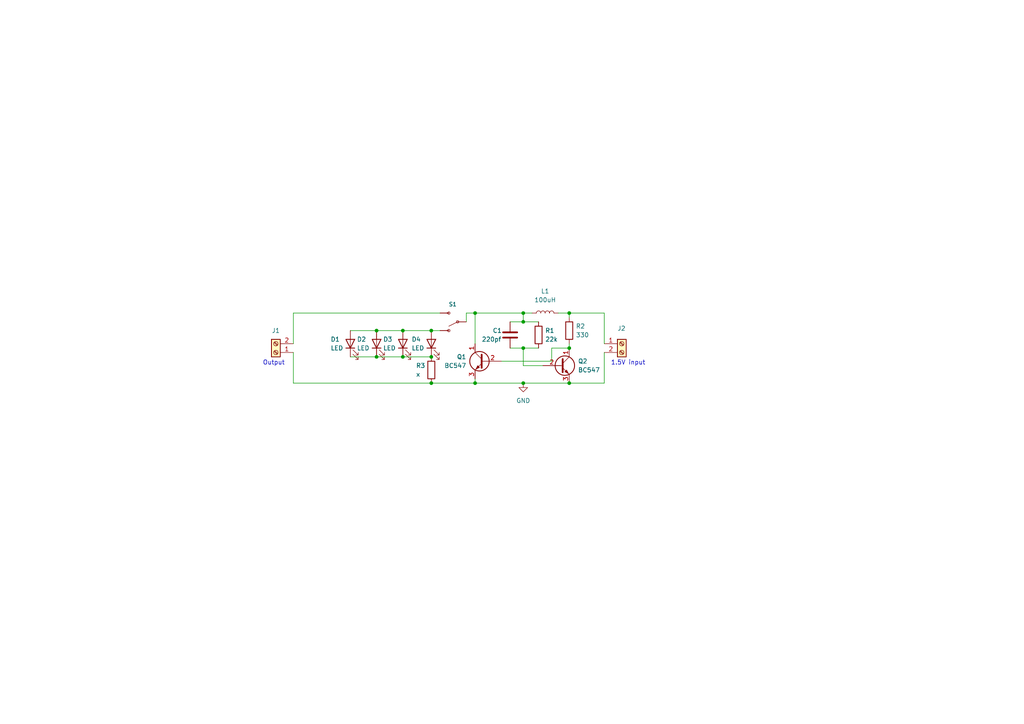
<source format=kicad_sch>
(kicad_sch (version 20211123) (generator eeschema)
  (paper "A4")
  (title_block (title "Simple JouleThief ") (date "2022-10-08") (rev "1.0") (comment 1 "Casper R. Tak"))
  (lib_symbols
    (symbol "Connector:Screw_Terminal_01x02" (pin_names (offset 1.016) hide)
      (property "Reference" "J" (at 0 2.54 0))
      (property "Value" "Screw_Terminal_01x02" (at 0 -5.08 0))
      (symbol "Screw_Terminal_01x02_1_1"
        (rectangle (start -1.27 1.27) (end 1.27 -3.81) (stroke (width 0.254)) (fill (type background)))
        (circle (center 0 -2.54) (radius 0.635) (stroke (width 0.1524)))
        (polyline (pts (xy -0.5334 -2.2098) (xy 0.3302 -3.048)) (stroke (width 0.1524)))
        (polyline (pts (xy -0.5334 0.3302) (xy 0.3302 -0.508)) (stroke (width 0.1524)))
        (polyline (pts (xy -0.3556 -2.032) (xy 0.508 -2.8702)) (stroke (width 0.1524)))
        (polyline (pts (xy -0.3556 0.508) (xy 0.508 -0.3302)) (stroke (width 0.1524)))
        (circle (center 0 0) (radius 0.635) (stroke (width 0.1524)))
        (pin passive line (at -5.08 0 0) (length 3.81) (name "Pin_1") (number "1"))
        (pin passive line (at -5.08 -2.54 0) (length 3.81) (name "Pin_2") (number "2"))
      )
    )
    (symbol "Device:C" (pin_numbers hide) (pin_names (offset 0.254))
      (property "Reference" "C" (at 0.635 2.54 0))
      (property "Value" "C" (at 0.635 -2.54 0))
      (symbol "C_0_1"
        (polyline (pts (xy -2.032 -0.762) (xy 2.032 -0.762)) (stroke (width 0.508)))
        (polyline (pts (xy -2.032 0.762) (xy 2.032 0.762)) (stroke (width 0.508)))
      )
      (symbol "C_1_1"
        (pin passive line (at 0 3.81 270) (length 2.794) (name "~") (number "1"))
        (pin passive line (at 0 -3.81 90) (length 2.794) (name "~") (number "2"))
      )
    )
    (symbol "Device:L" (pin_numbers hide) (pin_names (offset 1.016) hide)
      (property "Reference" "L" (at -1.27 0 90))
      (property "Value" "L" (at 1.905 0 90))
      (symbol "L_0_1"
        (arc (start 0 -2.54) (mid 0.635 -1.905) (end 0 -1.27))
        (arc (start 0 -1.27) (mid 0.635 -0.635) (end 0 0))
        (arc (start 0 0) (mid 0.635 0.635) (end 0 1.27))
        (arc (start 0 1.27) (mid 0.635 1.905) (end 0 2.54))
      )
      (symbol "L_1_1"
        (pin passive line (at 0 3.81 270) (length 1.27) (name "1") (number "1"))
        (pin passive line (at 0 -3.81 90) (length 1.27) (name "2") (number "2"))
      )
    )
    (symbol "Device:LED" (pin_numbers hide) (pin_names (offset 1.016) hide)
      (property "Reference" "D" (at 0 2.54 0))
      (property "Value" "LED" (at 0 -2.54 0))
      (symbol "LED_0_1"
        (polyline (pts (xy -1.27 -1.27) (xy -1.27 1.27)) (stroke (width 0.254)))
        (polyline (pts (xy -1.27 0) (xy 1.27 0)))
        (polyline (pts (xy 1.27 -1.27) (xy 1.27 1.27) (xy -1.27 0) (xy 1.27 -1.27)) (stroke (width 0.254)))
        (polyline (pts (xy -3.048 -0.762) (xy -4.572 -2.286) (xy -3.81 -2.286) (xy -4.572 -2.286) (xy -4.572 -1.524)))
        (polyline (pts (xy -1.778 -0.762) (xy -3.302 -2.286) (xy -2.54 -2.286) (xy -3.302 -2.286) (xy -3.302 -1.524)))
      )
      (symbol "LED_1_1"
        (pin passive line (at -3.81 0 0) (length 2.54) (name "K") (number "1"))
        (pin passive line (at 3.81 0 180) (length 2.54) (name "A") (number "2"))
      )
    )
    (symbol "Device:R" (pin_numbers hide) (pin_names (offset 0))
      (property "Reference" "R" (at 2.032 0 90))
      (property "Value" "R" (at 0 0 90))
      (symbol "R_0_1"
        (rectangle (start -1.016 -2.54) (end 1.016 2.54) (stroke (width 0.254)))
      )
      (symbol "R_1_1"
        (pin passive line (at 0 3.81 270) (length 1.27) (name "~") (number "1"))
        (pin passive line (at 0 -3.81 90) (length 1.27) (name "~") (number "2"))
      )
    )
    (symbol "SparkFun-Switches:SWITCH-SPDT-PTH-11.6X4.0MM-KIT" (pin_numbers hide) (pin_names (offset 1.016) hide)
      (property "Reference" "S" (at -2.54 3.81 0))
      (property "Value" "SWITCH-SPDT-PTH-11.6X4.0MM-KIT" (at -2.54 -5.08 0))
      (property "Field4" "SWCH-08261" (at 0 7.62 0))
      (symbol "SWITCH-SPDT-PTH-11.6X4.0MM-KIT_1_0"
        (polyline (pts (xy 0 0) (xy 2.54 1.27)))
        (polyline (pts (xy 2.54 -2.54) (xy 3.175 -2.54)))
        (polyline (pts (xy 2.54 2.54) (xy 3.175 2.54)))
      )
      (symbol "SWITCH-SPDT-PTH-11.6X4.0MM-KIT_1_1"
        (circle (center 0 0) (radius 0.3556))
        (circle (center 2.54 -2.54) (radius 0.3556))
        (circle (center 2.54 2.54) (radius 0.3556))
        (pin passive line (at 5.08 2.54 180) (length 2.54) (name "O") (number "1"))
        (pin passive line (at -2.54 0 0) (length 2.54) (name "P") (number "2"))
        (pin passive line (at 5.08 -2.54 180) (length 2.54) (name "S") (number "3"))
      )
    )
    (symbol "Transistor_BJT:BC547" (pin_names (offset 0) hide)
      (property "Reference" "Q" (at 5.08 1.905 0))
      (property "Value" "BC547" (at 5.08 0 0))
      (symbol "BC547_0_1"
        (polyline (pts (xy 0 0) (xy 0.635 0)))
        (polyline (pts (xy 0.635 0.635) (xy 2.54 2.54)))
        (polyline (pts (xy 0.635 -0.635) (xy 2.54 -2.54) (xy 2.54 -2.54)))
        (polyline (pts (xy 0.635 1.905) (xy 0.635 -1.905) (xy 0.635 -1.905)) (stroke (width 0.508)))
        (polyline (pts (xy 1.27 -1.778) (xy 1.778 -1.27) (xy 2.286 -2.286) (xy 1.27 -1.778) (xy 1.27 -1.778)) (fill (type outline)))
        (circle (center 1.27 0) (radius 2.8194) (stroke (width 0.254)))
      )
      (symbol "BC547_1_1"
        (pin passive line (at 2.54 5.08 270) (length 2.54) (name "C") (number "1"))
        (pin input line (at -5.08 0 0) (length 5.08) (name "B") (number "2"))
        (pin passive line (at 2.54 -5.08 90) (length 2.54) (name "E") (number "3"))
      )
    )
    (symbol "power:GND" (power) (pin_names (offset 0))
      (property "Value" "GND" (at 0 -3.81 0))
      (symbol "GND_0_1"
        (polyline (pts (xy 0 0) (xy 0 -1.27) (xy 1.27 -1.27) (xy 0 -2.54) (xy -1.27 -1.27) (xy 0 -1.27)))
      )
      (symbol "GND_1_1"
        (pin power_in line (at 0 0 270) (length 0) hide (name "GND") (number "1"))
      )
    )
  )
  (junction (at 151.765 90.805))
  (junction (at 109.22 95.885))
  (junction (at 137.795 90.805))
  (junction (at 151.765 100.965))
  (junction (at 109.22 103.505))
  (junction (at 165.1 100.965))
  (junction (at 116.84 103.505))
  (junction (at 151.765 111.125))
  (junction (at 125.095 95.885))
  (junction (at 116.84 95.885))
  (junction (at 125.095 111.125))
  (junction (at 151.765 93.345))
  (junction (at 165.1 111.125))
  (junction (at 125.095 103.505))
  (junction (at 165.1 90.805))
  (junction (at 137.795 111.125))
  (wire (pts (xy 85.09 111.125) (xy 125.095 111.125)))
  (wire (pts (xy 109.22 103.505) (xy 116.84 103.505)))
  (wire (pts (xy 137.795 109.855) (xy 137.795 111.125)))
  (wire (pts (xy 116.84 103.505) (xy 125.095 103.505)))
  (wire (pts (xy 147.955 100.965) (xy 151.765 100.965)))
  (wire (pts (xy 165.1 99.695) (xy 165.1 100.965)))
  (wire (pts (xy 147.955 93.345) (xy 151.765 93.345)))
  (wire (pts (xy 135.255 90.805) (xy 137.795 90.805)))
  (wire (pts (xy 151.765 90.805) (xy 137.795 90.805)))
  (wire (pts (xy 151.765 93.345) (xy 151.765 90.805)))
  (wire (pts (xy 116.84 95.885) (xy 125.095 95.885)))
  (wire (pts (xy 156.21 93.345) (xy 151.765 93.345)))
  (wire (pts (xy 151.765 100.965) (xy 151.765 106.045)))
  (wire (pts (xy 145.415 104.775) (xy 160.02 104.775)))
  (wire (pts (xy 175.26 99.695) (xy 175.26 90.805)))
  (wire (pts (xy 85.09 111.125) (xy 85.09 102.235)))
  (wire (pts (xy 125.095 111.125) (xy 137.795 111.125)))
  (wire (pts (xy 160.02 100.965) (xy 160.02 104.775)))
  (wire (pts (xy 101.6 103.505) (xy 109.22 103.505)))
  (wire (pts (xy 151.765 100.965) (xy 156.21 100.965)))
  (wire (pts (xy 161.925 90.805) (xy 165.1 90.805)))
  (wire (pts (xy 137.795 90.805) (xy 137.795 99.695)))
  (wire (pts (xy 165.1 92.075) (xy 165.1 90.805)))
  (wire (pts (xy 151.765 106.045) (xy 157.48 106.045)))
  (wire (pts (xy 101.6 95.885) (xy 109.22 95.885)))
  (wire (pts (xy 175.26 90.805) (xy 165.1 90.805)))
  (wire (pts (xy 165.1 100.965) (xy 160.02 100.965)))
  (wire (pts (xy 175.26 111.125) (xy 165.1 111.125)))
  (wire (pts (xy 175.26 102.235) (xy 175.26 111.125)))
  (wire (pts (xy 151.765 90.805) (xy 154.305 90.805)))
  (wire (pts (xy 137.795 111.125) (xy 151.765 111.125)))
  (wire (pts (xy 127.635 95.885) (xy 125.095 95.885)))
  (wire (pts (xy 165.1 111.125) (xy 151.765 111.125)))
  (wire (pts (xy 85.09 99.695) (xy 85.09 90.805)))
  (wire (pts (xy 85.09 90.805) (xy 127.635 90.805)))
  (wire (pts (xy 135.255 93.345) (xy 135.255 90.805)))
  (wire (pts (xy 109.22 95.885) (xy 116.84 95.885)))
  (text "1.5V input\n" (at 177.165 106.045 0) (effects (font (size 1.27 1.27)) (justify left bottom)))
  (text "Output" (at 76.2 106.045 0) (effects (font (size 1.27 1.27)) (justify left bottom)))
  (symbol (lib_id "Transistor_BJT:BC547") (at 162.56 106.045 0) (unit 1)
    (property "Reference" "Q2" (at 167.64 104.775 0) (effects (justify left)))
    (property "Value" "BC547" (at 167.64 107.315 0) (effects (justify left)))
    (property "Footprint" "SamacSys_Parts:BC847215" (effects hide))
    (property "Datasheet" "https://www.onsemi.com/pub/Collateral/BC550-D.pdf" (effects hide))
  )
  (symbol (lib_id "Connector:Screw_Terminal_01x02") (at 180.34 99.695 0) (unit 1)
    (property "Reference" "J2" (at 179.07 95.25 0) (effects (justify left)))
    (property "Value" "Screw_Terminal_01x02" (effects hide))
    (property "Footprint" "TerminalBlock:TerminalBlock_bornier-2_P5.08mm" (effects hide))
  )
  (symbol (lib_id "Device:LED") (at 116.84 99.695 90) (unit 1)
    (property "Reference" "D3" (at 111.125 98.425 90) (effects (justify right)))
    (property "Value" "LED" (at 111.125 100.965 90) (effects (justify right)))
    (property "Footprint" "LED_SMD:LED_0805_2012Metric_Pad1.15x1.40mm_HandSolder" (effects hide))
  )
  (symbol (lib_id "Device:L") (at 158.115 90.805 90) (unit 1)
    (property "Reference" "L1" (at 158.115 84.455 90))
    (property "Value" "100uH" (at 158.115 86.995 90))
    (property "Footprint" "Inductor_SMD:L_6.3x6.3_H3" (effects hide))
  )
  (symbol (lib_id "Transistor_BJT:BC547") (at 140.335 104.775 0) (mirror y) (unit 1)
    (property "Reference" "Q1" (at 135.255 103.505 0) (effects (justify left)))
    (property "Value" "BC547" (at 135.255 106.045 0) (effects (justify left)))
    (property "Footprint" "SamacSys_Parts:BC847215" (effects hide))
    (property "Datasheet" "https://www.onsemi.com/pub/Collateral/BC550-D.pdf" (effects hide))
  )
  (symbol (lib_id "Device:C") (at 147.955 97.155 0) (unit 1)
    (property "Reference" "C1" (at 142.875 95.885 0) (effects (justify left)))
    (property "Value" "220pf" (at 139.7 98.425 0) (effects (justify left)))
    (property "Footprint" "Capacitor_SMD:C_0805_2012Metric_Pad1.18x1.45mm_HandSolder" (effects hide))
  )
  (symbol (lib_id "SparkFun-Switches:SWITCH-SPDT-PTH-11.6X4.0MM-KIT") (at 132.715 93.345 180) (unit 1)
    (property "Reference" "S1" (at 131.3053 88.265 0) (effects (font (size 1.143 1.143))))
    (property "Value" "SWITCH-SPDT-PTH-11.6X4.0MM-KIT" (effects hide))
    (property "Footprint" "SamacSys_Parts:LSSM12PVTR" (effects hide))
    (property "Field4" "SWCH-08261" (effects hide))
  )
  (symbol (lib_id "Device:R") (at 165.1 95.885 0) (unit 1)
    (property "Reference" "R2" (at 167.005 94.6149 0) (effects (justify left)))
    (property "Value" "330" (at 167.005 97.1549 0) (effects (justify left)))
    (property "Footprint" "Resistor_SMD:R_0805_2012Metric_Pad1.20x1.40mm_HandSolder" (effects hide))
  )
  (symbol (lib_id "power:GND") (at 151.765 111.125 0) (mirror y) (unit 1)
    (property "Reference" "#PWR01" (effects hide))
    (property "Value" "GND" (at 151.765 116.205 0))
  )
  (symbol (lib_id "Device:LED") (at 101.6 99.695 90) (unit 1)
    (property "Reference" "D1" (at 95.885 98.425 90) (effects (justify right)))
    (property "Value" "LED" (at 95.885 100.965 90) (effects (justify right)))
    (property "Footprint" "LED_SMD:LED_0805_2012Metric_Pad1.15x1.40mm_HandSolder" (effects hide))
  )
  (symbol (lib_id "Connector:Screw_Terminal_01x02") (at 80.01 102.235 180) (unit 1)
    (property "Reference" "J1" (at 80.01 95.885 0))
    (property "Value" "Screw_Terminal_01x02" (effects hide))
    (property "Footprint" "TerminalBlock:TerminalBlock_bornier-2_P5.08mm" (effects hide))
  )
  (symbol (lib_id "Device:LED") (at 109.22 99.695 90) (unit 1)
    (property "Reference" "D2" (at 103.505 98.425 90) (effects (justify right)))
    (property "Value" "LED" (at 103.505 100.965 90) (effects (justify right)))
    (property "Footprint" "LED_SMD:LED_0805_2012Metric_Pad1.15x1.40mm_HandSolder" (effects hide))
  )
  (symbol (lib_id "Device:R") (at 156.21 97.155 0) (unit 1)
    (property "Reference" "R1" (at 158.115 95.8849 0) (effects (justify left)))
    (property "Value" "22k" (at 158.115 98.425 0) (effects (justify left)))
    (property "Footprint" "Resistor_SMD:R_0805_2012Metric_Pad1.20x1.40mm_HandSolder" (effects hide))
  )
  (symbol (lib_id "Device:LED") (at 125.095 99.695 90) (unit 1)
    (property "Reference" "D4" (at 119.38 98.425 90) (effects (justify right)))
    (property "Value" "LED" (at 119.38 100.965 90) (effects (justify right)))
    (property "Footprint" "LED_SMD:LED_0805_2012Metric_Pad1.15x1.40mm_HandSolder" (effects hide))
  )
  (symbol (lib_id "Device:R") (at 125.095 107.315 0) (unit 1)
    (property "Reference" "R3" (at 120.65 106.045 0) (effects (justify left)))
    (property "Value" "x" (at 120.65 108.585 0) (effects (justify left)))
    (property "Footprint" "Resistor_SMD:R_0805_2012Metric_Pad1.20x1.40mm_HandSolder" (effects hide))
    (property "Purpose" "led current resistor" (effects hide))
  )
)
</source>
